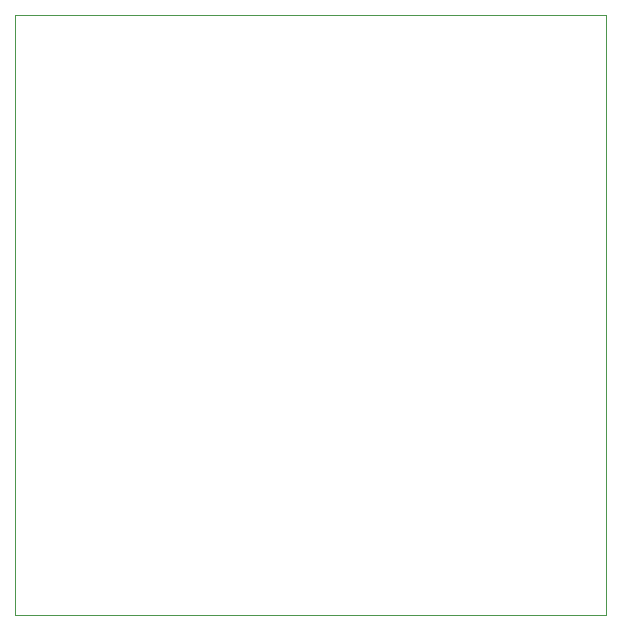
<source format=gbr>
%TF.GenerationSoftware,Altium Limited,Altium Designer,20.2.5 (213)*%
G04 Layer_Color=0*
%FSLAX25Y25*%
%MOIN*%
%TF.SameCoordinates,03ADE540-DEBB-48E1-BD2F-024036EB756D*%
%TF.FilePolarity,Positive*%
%TF.FileFunction,Profile,NP*%
%TF.Part,Single*%
G01*
G75*
%TA.AperFunction,Profile*%
%ADD39C,0.00100*%
D39*
X197000D01*
Y200000D01*
X0D01*
Y0D01*
%TF.MD5,c17e49b609f931c125c7b9c1773d7084*%
M02*

</source>
